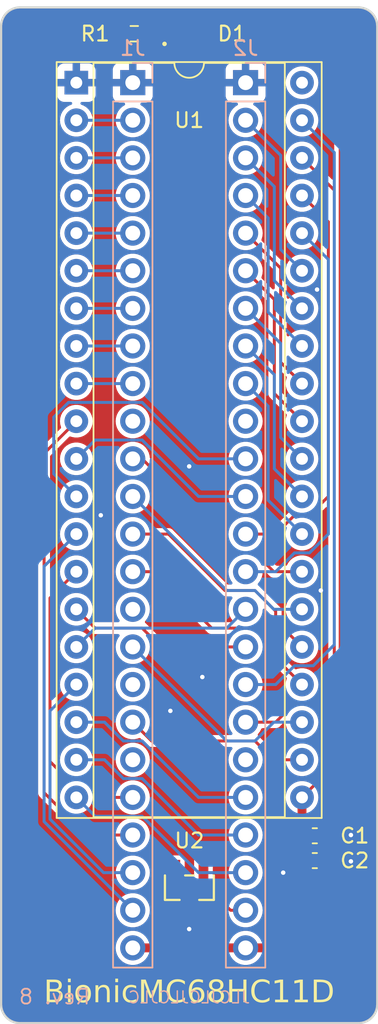
<source format=kicad_pcb>
(kicad_pcb (version 20240108) (generator "pcbnew") (generator_version "8.0")
  (title_block (title "BionicMC68HC11D") (date "2024-12-10") (rev "8") (company "Tadashi G. Takaoka"))
  (layers (0 "F.Cu" signal) (31 "B.Cu" signal) (34 "B.Paste" user) (35 "F.Paste" user) (36 "B.SilkS" user "B.Silkscreen") (37 "F.SilkS" user "F.Silkscreen") (38 "B.Mask" user) (39 "F.Mask" user) (44 "Edge.Cuts" user))
  (net 0 "")
  (net 1 "VCC")
  (net 2 "GND")
  (net 3 "Net-(D1-K)")
  (net 4 "/P10")
  (net 5 "/P11")
  (net 6 "/P12")
  (net 7 "/P13")
  (net 8 "/P14")
  (net 9 "/P15")
  (net 10 "/P16")
  (net 11 "/P17")
  (net 13 "/P30")
  (net 14 "/P31")
  (net 15 "/P32")
  (net 16 "/P33")
  (net 18 "/P35")
  (net 20 "/P37")
  (net 22 "/P50")
  (net 23 "/P51")
  (net 24 "/P52")
  (net 25 "/P53")
  (net 26 "/P57")
  (net 27 "/P56")
  (net 28 "/P55")
  (net 29 "/P54")
  (net 31 "/P47")
  (net 32 "/P46")
  (net 33 "/P45")
  (net 34 "/P44")
  (net 35 "/P43")
  (net 36 "/P42")
  (net 37 "/P41")
  (net 38 "/P40")
  (net 40 "/P27")
  (net 41 "/P26")
  (net 42 "/P25")
  (net 43 "/P24")
  (net 44 "/P23")
  (net 45 "/P22")
  (net 46 "/P21")
  (net 47 "/P20")
  (footprint "0-LocalLibrary:LED_CSL1901UW1_ROM-M" (layer "F.Cu") (at 156.8673 59.078)
    (property "Reference" "D1" (at 2.9083 0 0) (layer "F.SilkS"))
    (property "Value" "CSL1901UW1")
    (fp_circle (center -1.651 0.6858) (end -1.5748 0.6858) (stroke (width 0.1524)) (fill none) (layer "F.SilkS"))
    (pad "1" smd rect (at -0.8763 0) (size 0.9652 0.762) (layers "F.Cu" "F.Paste" "F.Mask") (net 3 "Net-(D1-K)"))
    (pad "2" smd rect (at 0.8763 0) (size 0.9652 0.762) (layers "F.Cu" "F.Paste" "F.Mask") (net 1 "VCC"))
    (zone (net 0) (net_name "") (layer "F.Cu") (connect_pads (clearance 0)) (min_thickness 0.254)
      (keepout (tracks not_allowed) (vias not_allowed) (pads allowed) (copperpour not_allowed) (footprints allowed))
      (fill (thermal_gap 0.508) (thermal_bridge_width 0.508))
      (polygon (pts (xy 156.5244 58.7224) (xy 157.2102 58.7224) (xy 157.2102 59.4336) (xy 156.5244 59.4336)))
    )
  )
  (footprint "0-LocalLibrary:SOT-23_MC_MCH-M" (layer "F.Cu") (at 156.895199 116.7352 180)
    (property "Reference" "U2" (at 0 3.175 0) (layer "F.SilkS"))
    (property "Value" "11AA010-I/TT")
    (fp_line (start 1.652 0.827) (end 1.652 -0.827) (stroke (width 0.1524)) (layer "F.SilkS"))
    (fp_line (start 1.652 -0.827) (end 0.66294 -0.827) (stroke (width 0.1524)) (layer "F.SilkS"))
    (fp_line (start -0.287061 0.827) (end 0.287061 0.827) (stroke (width 0.1524)) (layer "F.SilkS"))
    (fp_line (start -0.66294 -0.827) (end -1.652 -0.827) (stroke (width 0.1524)) (layer "F.SilkS"))
    (fp_line (start -1.652 -0.827) (end -1.652 0.827) (stroke (width 0.1524)) (layer "F.SilkS"))
    (pad "1" smd rect (at -0.950001 1.066 180) (size 0.6604 1.6256) (layers "F.Cu" "F.Paste" "F.Mask") (net 26 "/P57"))
    (pad "2" smd rect (at 0.950001 1.066 180) (size 0.6604 1.6256) (layers "F.Cu" "F.Paste" "F.Mask") (net 1 "VCC"))
    (pad "3" smd rect (at 0 -1.066 180) (size 0.6604 1.6256) (layers "F.Cu" "F.Paste" "F.Mask") (net 2 "GND"))
  )
  (footprint "Capacitor_SMD:C_0603_1608Metric_Pad1.08x0.95mm_HandSolder" (layer "F.Cu") (at 165.3636 113.2308)
    (property "Reference" "C1" (at 2.6924 0 0) (layer "F.SilkS"))
    (property "Value" "0.1u")
    (fp_line (start -0.146267 -0.51) (end 0.146267 -0.51) (stroke (width 0.12)) (layer "F.SilkS"))
    (fp_line (start -0.146267 0.51) (end 0.146267 0.51) (stroke (width 0.12)) (layer "F.SilkS"))
    (pad "1" smd roundrect (at -0.8625 0) (size 1.075 0.95) (layers "F.Cu" "F.Paste" "F.Mask") (net 1 "VCC"))
    (pad "2" smd roundrect (at 0.8625 0) (size 1.075 0.95) (layers "F.Cu" "F.Paste" "F.Mask") (net 2 "GND"))
  )
  (footprint "0-LocalLibrary:DIP-40_W15.24mm_Socket" (layer "F.Cu") (at 149.26 62.38)
    (property "Reference" "U1" (at 7.62 2.54 0) (layer "F.SilkS"))
    (property "Value" "MC68HC11D0P")
    (fp_line (start -1.33 -1.39) (end -1.33 49.65) (stroke (width 0.12)) (layer "F.SilkS"))
    (fp_line (start -1.33 49.65) (end 16.57 49.65) (stroke (width 0.12)) (layer "F.SilkS"))
    (fp_line (start 1.16 -1.33) (end 1.16 49.59) (stroke (width 0.12)) (layer "F.SilkS"))
    (fp_line (start 1.16 49.59) (end 14.08 49.59) (stroke (width 0.12)) (layer "F.SilkS"))
    (fp_line (start 6.62 -1.33) (end 1.16 -1.33) (stroke (width 0.12)) (layer "F.SilkS"))
    (fp_line (start 14.08 -1.33) (end 8.62 -1.33) (stroke (width 0.12)) (layer "F.SilkS"))
    (fp_line (start 14.08 49.59) (end 14.08 -1.33) (stroke (width 0.12)) (layer "F.SilkS"))
    (fp_line (start 16.57 -1.39) (end -1.33 -1.39) (stroke (width 0.12)) (layer "F.SilkS"))
    (fp_line (start 16.57 49.65) (end 16.57 -1.39) (stroke (width 0.12)) (layer "F.SilkS"))
    (fp_arc (start 8.62 -1.33) (mid 7.62 -0.33) (end 6.62 -1.33) (stroke (width 0.12)) (layer "F.SilkS"))
    (pad "1" thru_hole rect (at 0 0) (size 1.6 1.6) (drill 0.8) (layers "*.Cu" "*.Mask") (net 2 "GND"))
    (pad "2" thru_hole oval (at 0 2.54) (size 1.6 1.6) (drill 0.8) (layers "*.Cu" "*.Mask") (net 4 "/P10"))
    (pad "3" thru_hole oval (at 0 5.08) (size 1.6 1.6) (drill 0.8) (layers "*.Cu" "*.Mask") (net 5 "/P11"))
    (pad "4" thru_hole oval (at 0 7.62) (size 1.6 1.6) (drill 0.8) (layers "*.Cu" "*.Mask") (net 6 "/P12"))
    (pad "5" thru_hole oval (at 0 10.16) (size 1.6 1.6) (drill 0.8) (layers "*.Cu" "*.Mask") (net 7 "/P13"))
    (pad "6" thru_hole oval (at 0 12.7) (size 1.6 1.6) (drill 0.8) (layers "*.Cu" "*.Mask") (net 8 "/P14"))
    (pad "7" thru_hole oval (at 0 15.24) (size 1.6 1.6) (drill 0.8) (layers "*.Cu" "*.Mask") (net 9 "/P15"))
    (pad "8" thru_hole oval (at 0 17.78) (size 1.6 1.6) (drill 0.8) (layers "*.Cu" "*.Mask") (net 10 "/P16"))
    (pad "9" thru_hole oval (at 0 20.32) (size 1.6 1.6) (drill 0.8) (layers "*.Cu" "*.Mask") (net 11 "/P17"))
    (pad "10" thru_hole oval (at 0 22.86) (size 1.6 1.6) (drill 0.8) (layers "*.Cu" "*.Mask") (net 23 "/P51"))
    (pad "11" thru_hole oval (at 0 25.4) (size 1.6 1.6) (drill 0.8) (layers "*.Cu" "*.Mask") (net 37 "/P41"))
    (pad "12" thru_hole oval (at 0 27.94) (size 1.6 1.6) (drill 0.8) (layers "*.Cu" "*.Mask") (net 38 "/P40"))
    (pad "13" thru_hole oval (at 0 30.48) (size 1.6 1.6) (drill 0.8) (layers "*.Cu" "*.Mask") (net 25 "/P53"))
    (pad "14" thru_hole oval (at 0 33.02) (size 1.6 1.6) (drill 0.8) (layers "*.Cu" "*.Mask") (net 22 "/P50"))
    (pad "15" thru_hole oval (at 0 35.56) (size 1.6 1.6) (drill 0.8) (layers "*.Cu" "*.Mask") (net 33 "/P45"))
    (pad "16" thru_hole oval (at 0 38.1) (size 1.6 1.6) (drill 0.8) (layers "*.Cu" "*.Mask") (net 34 "/P44"))
    (pad "17" thru_hole oval (at 0 40.64) (size 1.6 1.6) (drill 0.8) (layers "*.Cu" "*.Mask") (net 24 "/P52"))
    (pad "18" thru_hole oval (at 0 43.18) (size 1.6 1.6) (drill 0.8) (layers "*.Cu" "*.Mask") (net 29 "/P54"))
    (pad "19" thru_hole oval (at 0 45.72) (size 1.6 1.6) (drill 0.8) (layers "*.Cu" "*.Mask") (net 28 "/P55"))
    (pad "20" thru_hole oval (at 0 48.26) (size 1.6 1.6) (drill 0.8) (layers "*.Cu" "*.Mask") (net 27 "/P56"))
    (pad "21" thru_hole oval (at 15.24 48.26) (size 1.6 1.6) (drill 0.8) (layers "*.Cu" "*.Mask") (net 1 "VCC"))
    (pad "22" thru_hole oval (at 15.24 45.72) (size 1.6 1.6) (drill 0.8) (layers "*.Cu" "*.Mask") (net 20 "/P37"))
    (pad "23" thru_hole oval (at 15.24 43.18) (size 1.6 1.6) (drill 0.8) (layers "*.Cu" "*.Mask") (net 18 "/P35"))
    (pad "24" thru_hole oval (at 15.24 40.64) (size 1.6 1.6) (drill 0.8) (layers "*.Cu" "*.Mask") (net 16 "/P33"))
    (pad "25" thru_hole oval (at 15.24 38.1) (size 1.6 1.6) (drill 0.8) (layers "*.Cu" "*.Mask") (net 15 "/P32"))
    (pad "26" thru_hole oval (at 15.24 35.56) (size 1.6 1.6) (drill 0.8) (layers "*.Cu" "*.Mask") (net 14 "/P31"))
    (pad "27" thru_hole oval (at 15.24 33.02) (size 1.6 1.6) (drill 0.8) (layers "*.Cu" "*.Mask") (net 13 "/P30"))
    (pad "28" thru_hole oval (at 15.24 30.48) (size 1.6 1.6) (drill 0.8) (layers "*.Cu" "*.Mask") (net 40 "/P27"))
    (pad "29" thru_hole oval (at 15.24 27.94) (size 1.6 1.6) (drill 0.8) (layers "*.Cu" "*.Mask") (net 41 "/P26"))
    (pad "30" thru_hole oval (at 15.24 25.4) (size 1.6 1.6) (drill 0.8) (layers "*.Cu" "*.Mask") (net 42 "/P25"))
    (pad "31" thru_hole oval (at 15.24 22.86) (size 1.6 1.6) (drill 0.8) (layers "*.Cu" "*.Mask") (net 43 "/P24"))
    (pad "32" thru_hole oval (at 15.24 20.32) (size 1.6 1.6) (drill 0.8) (layers "*.Cu" "*.Mask") (net 44 "/P23"))
    (pad "33" thru_hole oval (at 15.24 17.78) (size 1.6 1.6) (drill 0.8) (layers "*.Cu" "*.Mask") (net 45 "/P22"))
    (pad "34" thru_hole oval (at 15.24 15.24) (size 1.6 1.6) (drill 0.8) (layers "*.Cu" "*.Mask") (net 46 "/P21"))
    (pad "35" thru_hole oval (at 15.24 12.7) (size 1.6 1.6) (drill 0.8) (layers "*.Cu" "*.Mask") (net 47 "/P20"))
    (pad "36" thru_hole oval (at 15.24 10.16) (size 1.6 1.6) (drill 0.8) (layers "*.Cu" "*.Mask") (net 35 "/P43"))
    (pad "37" thru_hole oval (at 15.24 7.62) (size 1.6 1.6) (drill 0.8) (layers "*.Cu" "*.Mask") (net 36 "/P42"))
    (pad "38" thru_hole oval (at 15.24 5.08) (size 1.6 1.6) (drill 0.8) (layers "*.Cu" "*.Mask") (net 31 "/P47"))
    (pad "39" thru_hole oval (at 15.24 2.54) (size 1.6 1.6) (drill 0.8) (layers "*.Cu" "*.Mask") (net 32 "/P46"))
    (pad "40" thru_hole oval (at 15.24 0) (size 1.6 1.6) (drill 0.8) (layers "*.Cu" "*.Mask"))
  )
  (footprint "Capacitor_SMD:C_0603_1608Metric_Pad1.08x0.95mm_HandSolder" (layer "F.Cu") (at 165.3636 114.9072)
    (property "Reference" "C2" (at 2.6924 0 0) (layer "F.SilkS"))
    (property "Value" "22u")
    (fp_line (start -0.146267 -0.51) (end 0.146267 -0.51) (stroke (width 0.12)) (layer "F.SilkS"))
    (fp_line (start -0.146267 0.51) (end 0.146267 0.51) (stroke (width 0.12)) (layer "F.SilkS"))
    (pad "1" smd roundrect (at -0.8625 0) (size 1.075 0.95) (layers "F.Cu" "F.Paste" "F.Mask") (net 1 "VCC"))
    (pad "2" smd roundrect (at 0.8625 0) (size 1.075 0.95) (layers "F.Cu" "F.Paste" "F.Mask") (net 2 "GND"))
  )
  (footprint "Resistor_SMD:R_0603_1608Metric_Pad0.98x0.95mm_HandSolder" (layer "F.Cu") (at 153.1735 59.078 180)
    (property "Reference" "R1" (at 2.6435 0 0) (layer "F.SilkS"))
    (property "Value" "1.6k")
    (fp_line (start -0.254724 0.5225) (end 0.254724 0.5225) (stroke (width 0.12)) (layer "F.SilkS"))
    (fp_line (start -0.254724 -0.5225) (end 0.254724 -0.5225) (stroke (width 0.12)) (layer "F.SilkS"))
    (pad "1" smd roundrect (at -0.9125 0 180) (size 0.975 0.95) (layers "F.Cu" "F.Paste" "F.Mask") (net 3 "Net-(D1-K)"))
    (pad "2" smd roundrect (at 0.9125 0 180) (size 0.975 0.95) (layers "F.Cu" "F.Paste" "F.Mask") (net 2 "GND"))
  )
  (footprint "0-LocalLibrary:Bionic-P135_Vertical" (layer "B.Cu") (at 153.07 62.38 180)
    (property "Reference" "J1" (at 0 2.33 0) (layer "B.SilkS") (effects (justify mirror)))
    (property "Value" "Bionic-P135")
    (fp_line (start 1.33 -1.27) (end -1.33 -1.27) (stroke (width 0.12)) (layer "B.SilkS"))
    (fp_line (start 1.33 -59.75) (end 1.33 -1.27) (stroke (width 0.12)) (layer "B.SilkS"))
    (fp_line (start 1.33 -59.75) (end -1.33 -59.75) (stroke (width 0.12)) (layer "B.SilkS"))
    (fp_line (start 0 1.33) (end -1.33 1.33) (stroke (width 0.12)) (layer "B.SilkS"))
    (fp_line (start -1.33 1.33) (end -1.33 0) (stroke (width 0.12)) (layer "B.SilkS"))
    (fp_line (start -1.33 -59.75) (end -1.33 -1.27) (stroke (width 0.12)) (layer "B.SilkS"))
    (pad "1" thru_hole rect (at 0 0 180) (size 1.7 1.7) (drill 1) (layers "*.Cu" "*.Mask") (net 2 "GND"))
    (pad "2" thru_hole oval (at 0 -2.54 180) (size 1.7 1.7) (drill 1) (layers "*.Cu" "*.Mask") (net 4 "/P10"))
    (pad "3" thru_hole oval (at 0 -5.08 180) (size 1.7 1.7) (drill 1) (layers "*.Cu" "*.Mask") (net 5 "/P11"))
    (pad "4" thru_hole oval (at 0 -7.62 180) (size 1.7 1.7) (drill 1) (layers "*.Cu" "*.Mask") (net 6 "/P12"))
    (pad "5" thru_hole oval (at 0 -10.16 180) (size 1.7 1.7) (drill 1) (layers "*.Cu" "*.Mask") (net 7 "/P13"))
    (pad "6" thru_hole oval (at 0 -12.7 180) (size 1.7 1.7) (drill 1) (layers "*.Cu" "*.Mask") (net 8 "/P14"))
    (pad "7" thru_hole oval (at 0 -15.24 180) (size 1.7 1.7) (drill 1) (layers "*.Cu" "*.Mask") (net 9 "/P15"))
    (pad "8" thru_hole oval (at 0 -17.78 180) (size 1.7 1.7) (drill 1) (layers "*.Cu" "*.Mask") (net 10 "/P16"))
    (pad "9" thru_hole oval (at 0 -20.32 180) (size 1.7 1.7) (drill 1) (layers "*.Cu" "*.Mask") (net 11 "/P17"))
    (pad "10" thru_hole oval (at 0 -22.86 180) (size 1.7 1.7) (drill 1) (layers "*.Cu" "*.Mask"))
    (pad "11" thru_hole oval (at 0 -25.4 180) (size 1.7 1.7) (drill 1) (layers "*.Cu" "*.Mask") (net 13 "/P30"))
    (pad "12" thru_hole oval (at 0 -27.94 180) (size 1.7 1.7) (drill 1) (layers "*.Cu" "*.Mask") (net 14 "/P31"))
    (pad "13" thru_hole oval (at 0 -30.48 180) (size 1.7 1.7) (drill 1) (layers "*.Cu" "*.Mask") (net 15 "/P32"))
    (pad "14" thru_hole oval (at 0 -33.02 180) (size 1.7 1.7) (drill 1) (layers "*.Cu" "*.Mask") (net 16 "/P33"))
    (pad "15" thru_hole oval (at 0 -35.56 180) (size 1.7 1.7) (drill 1) (layers "*.Cu" "*.Mask"))
    (pad "16" thru_hole oval (at 0 -38.1 180) (size 1.7 1.7) (drill 1) (layers "*.Cu" "*.Mask") (net 18 "/P35"))
    (pad "17" thru_hole oval (at 0 -40.64 180) (size 1.7 1.7) (drill 1) (layers "*.Cu" "*.Mask"))
    (pad "18" thru_hole oval (at 0 -43.18 180) (size 1.7 1.7) (drill 1) (layers "*.Cu" "*.Mask") (net 20 "/P37"))
    (pad "19" thru_hole oval (at 0 -45.72 180) (size 1.7 1.7) (drill 1) (layers "*.Cu" "*.Mask"))
    (pad "20" thru_hole oval (at 0 -48.26 180) (size 1.7 1.7) (drill 1) (layers "*.Cu" "*.Mask") (net 22 "/P50"))
    (pad "21" thru_hole oval (at 0 -50.8 180) (size 1.7 1.7) (drill 1) (layers "*.Cu" "*.Mask") (net 23 "/P51"))
    (pad "22" thru_hole oval (at 0 -53.34 180) (size 1.7 1.7) (drill 1) (layers "*.Cu" "*.Mask") (net 24 "/P52"))
    (pad "23" thru_hole oval (at 0 -55.88 180) (size 1.7 1.7) (drill 1) (layers "*.Cu" "*.Mask") (net 25 "/P53"))
    (pad "24" thru_hole oval (at 0 -58.42 180) (size 1.7 1.7) (drill 1) (layers "*.Cu" "*.Mask") (net 1 "VCC"))
  )
  (footprint "0-LocalLibrary:Bionic-P245_Vertical" (layer "B.Cu") (at 160.69 62.38 180)
    (property "Reference" "J2" (at 0 2.33 0) (layer "B.SilkS") (effects (justify mirror)))
    (property "Value" "Bionic-P245")
    (fp_line (start 1.33 -1.27) (end -1.33 -1.27) (stroke (width 0.12)) (layer "B.SilkS"))
    (fp_line (start 1.33 -59.75) (end 1.33 -1.27) (stroke (width 0.12)) (layer "B.SilkS"))
    (fp_line (start 1.33 -59.75) (end -1.33 -59.75) (stroke (width 0.12)) (layer "B.SilkS"))
    (fp_line (start 0 1.33) (end -1.33 1.33) (stroke (width 0.12)) (layer "B.SilkS"))
    (fp_line (start -1.33 1.33) (end -1.33 0) (stroke (width 0.12)) (layer "B.SilkS"))
    (fp_line (start -1.33 -59.75) (end -1.33 -1.27) (stroke (width 0.12)) (layer "B.SilkS"))
    (pad "25" thru_hole oval (at 0 -58.42 180) (size 1.7 1.7) (drill 1) (layers "*.Cu" "*.Mask") (net 1 "VCC"))
    (pad "26" thru_hole oval (at 0 -55.88 180) (size 1.7 1.7) (drill 1) (layers "*.Cu" "*.Mask") (net 26 "/P57"))
    (pad "27" thru_hole oval (at 0 -53.34 180) (size 1.7 1.7) (drill 1) (layers "*.Cu" "*.Mask") (net 27 "/P56"))
    (pad "28" thru_hole oval (at 0 -50.8 180) (size 1.7 1.7) (drill 1) (layers "*.Cu" "*.Mask") (net 28 "/P55"))
    (pad "29" thru_hole oval (at 0 -48.26 180) (size 1.7 1.7) (drill 1) (layers "*.Cu" "*.Mask") (net 29 "/P54"))
    (pad "30" thru_hole oval (at 0 -45.72 180) (size 1.7 1.7) (drill 1) (layers "*.Cu" "*.Mask"))
    (pad "31" thru_hole oval (at 0 -43.18 180) (size 1.7 1.7) (drill 1) (layers "*.Cu" "*.Mask") (net 31 "/P47"))
    (pad "32" thru_hole oval (at 0 -40.64 180) (size 1.7 1.7) (drill 1) (layers "*.Cu" "*.Mask") (net 32 "/P46"))
    (pad "33" thru_hole oval (at 0 -38.1 180) (size 1.7 1.7) (drill 1) (layers "*.Cu" "*.Mask") (net 33 "/P45"))
    (pad "34" thru_hole oval (at 0 -35.56 180) (size 1.7 1.7) (drill 1) (layers "*.Cu" "*.Mask") (net 34 "/P44"))
    (pad "35" thru_hole oval (at 0 -33.02 180) (size 1.7 1.7) (drill 1) (layers "*.Cu" "*.Mask") (net 35 "/P43"))
    (pad "36" thru_hole oval (at 0 -30.48 180) (size 1.7 1.7) (drill 1) (layers "*.Cu" "*.Mask") (net 36 "/P42"))
    (pad "37" thru_hole oval (at 0 -27.94 180) (size 1.7 1.7) (drill 1) (layers "*.Cu" "*.Mask") (net 37 "/P41"))
    (pad "38" thru_hole oval (at 0 -25.4 180) (size 1.7 1.7) (drill 1) (layers "*.Cu" "*.Mask") (net 38 "/P40"))
    (pad "39" thru_hole oval (at 0 -22.86 180) (size 1.7 1.7) (drill 1) (layers "*.Cu" "*.Mask"))
    (pad "40" thru_hole oval (at 0 -20.32 180) (size 1.7 1.7) (drill 1) (layers "*.Cu" "*.Mask") (net 40 "/P27"))
    (pad "41" thru_hole oval (at 0 -17.78 180) (size 1.7 1.7) (drill 1) (layers "*.Cu" "*.Mask") (net 41 "/P26"))
    (pad "42" thru_hole oval (at 0 -15.24 180) (size 1.7 1.7) (drill 1) (layers "*.Cu" "*.Mask") (net 42 "/P25"))
    (pad "43" thru_hole oval (at 0 -12.7 180) (size 1.7 1.7) (drill 1) (layers "*.Cu" "*.Mask") (net 43 "/P24"))
    (pad "44" thru_hole oval (at 0 -10.16 180) (size 1.7 1.7) (drill 1) (layers "*.Cu" "*.Mask") (net 44 "/P23"))
    (pad "45" thru_hole oval (at 0 -7.62 180) (size 1.7 1.7) (drill 1) (layers "*.Cu" "*.Mask") (net 45 "/P22"))
    (pad "46" thru_hole oval (at 0 -5.08 180) (size 1.7 1.7) (drill 1) (layers "*.Cu" "*.Mask") (net 46 "/P21"))
    (pad "47" thru_hole oval (at 0 -2.54 180) (size 1.7 1.7) (drill 1) (layers "*.Cu" "*.Mask") (net 47 "/P20"))
    (pad "48" thru_hole rect (at 0 0 180) (size 1.7 1.7) (drill 1) (layers "*.Cu" "*.Mask") (net 2 "GND"))
  )
  (gr_line (start 168.31 57.3) (end 145.45 57.3) (stroke (width 0.15)) (layer "Edge.Cuts"))
  (gr_line (start 145.45 125.88) (end 168.31 125.88) (stroke (width 0.15)) (layer "Edge.Cuts"))
  (gr_arc (start 145.45 125.88) (mid 144.551974 125.508026) (end 144.18 124.61) (stroke (width 0.15)) (layer "Edge.Cuts"))
  (gr_line (start 169.58 124.61) (end 169.58 58.57) (stroke (width 0.15)) (layer "Edge.Cuts"))
  (gr_arc (start 169.58 124.61) (mid 169.208026 125.508026) (end 168.31 125.88) (stroke (width 0.15)) (layer "Edge.Cuts"))
  (gr_arc (start 168.31 57.3) (mid 169.208026 57.671974) (end 169.58 58.57) (stroke (width 0.15)) (layer "Edge.Cuts"))
  (gr_line (start 144.18 58.57) (end 144.18 124.61) (stroke (width 0.15)) (layer "Edge.Cuts"))
  (gr_arc (start 144.18 58.57) (mid 144.551974 57.671974) (end 145.45 57.3) (stroke (width 0.15)) (layer "Edge.Cuts"))
  (gr_text "JLCJLCJLCJLC" (at 156.88 124.61 0) (layer "B.SilkS") (effects (font (size 0.8 0.8)) (justify bottom mirror)))
  (gr_text "Rev. 8" (at 150.276 124.102 0) (layer "B.SilkS") (effects (font (size 1 1)) (justify left mirror)))
  (gr_text "BionicMC68HC11D" (at 156.88 123.848 0) (layer "F.SilkS") (effects (font (size 1.5 1.5))))
  (segment (start 164.5 118.26) (end 164.5 110.64) (width 0.6) (layer "F.Cu") (net 1))
  (segment (start 155.929999 115.684399) (end 155.929999 120.734001) (width 0.2) (layer "F.Cu") (net 1))
  (segment (start 164.9572 59.078) (end 167.078 61.1988) (width 0.2) (layer "F.Cu") (net 1))
  (segment (start 164.807 115.0955) (end 164.807 114.958) (width 0.2) (layer "F.Cu") (net 1))
  (segment (start 164.6482 113.0212) (end 164.807 113.18) (width 0.2) (layer "F.Cu") (net 1))
  (segment (start 153.07 120.8) (end 155.864 120.8) (width 0.6) (layer "F.Cu") (net 1))
  (segment (start 164.5 115.4025) (end 164.807 115.0955) (width 0.2) (layer "F.Cu") (net 1))
  (segment (start 167.078 61.1988) (end 167.078 108.062) (width 0.2) (layer "F.Cu") (net 1))
  (segment (start 160.69 120.8) (end 161.96 120.8) (width 0.6) (layer "F.Cu") (net 1))
  (segment (start 161.96 120.8) (end 164.5 118.26) (width 0.6) (layer "F.Cu") (net 1))
  (segment (start 164.5 113.0212) (end 164.6482 113.0212) (width 0.2) (layer "F.Cu") (net 1))
  (segment (start 155.945198 115.6692) (end 155.929999 115.684399) (width 0.2) (layer "F.Cu") (net 1))
  (segment (start 167.078 108.062) (end 164.5 110.64) (width 0.2) (layer "F.Cu") (net 1))
  (segment (start 157.7436 59.078) (end 164.9572 59.078) (width 0.2) (layer "F.Cu") (net 1))
  (segment (start 155.929999 120.734001) (end 155.864 120.8) (width 0.2) (layer "F.Cu") (net 1))
  (segment (start 155.864 120.8) (end 160.69 120.8) (width 0.6) (layer "F.Cu") (net 1))
  (via (at 156.88 119.53) (size 0.6) (drill 0.3) (layers "F.Cu" "B.Cu") (net 2))
  (via (at 163.23 115.72) (size 0.6) (drill 0.3) (layers "F.Cu" "B.Cu") (net 2))
  (via (at 165.77 96.67) (size 0.6) (drill 0.3) (layers "F.Cu" "B.Cu") (net 2))
  (via (at 156.88 88.288) (size 0.6) (drill 0.3) (layers "F.Cu" "B.Cu") (net 2))
  (via (at 157.769 102.512) (size 0.6) (drill 0.3) (layers "F.Cu" "B.Cu") (net 2))
  (via (at 167.802 113.18) (size 0.6) (drill 0.3) (layers "F.Cu" "B.Cu") (net 2))
  (via (at 150.911 91.59) (size 0.6) (drill 0.3) (layers "F.Cu" "B.Cu") (net 2))
  (via (at 155.61 104.798) (size 0.6) (drill 0.3) (layers "F.Cu" "B.Cu") (net 2))
  (via (at 165.516 76.35) (size 0.6) (drill 0.3) (layers "F.Cu" "B.Cu") (net 2))
  (via (at 167.802 114.958) (size 0.6) (drill 0.3) (layers "F.Cu" "B.Cu") (net 2))
  (segment (start 154.086 59.078) (end 155.991 59.078) (width 0.2) (layer "F.Cu") (net 3))
  (segment (start 153.07 64.92) (end 149.26 64.92) (width 0.2) (layer "B.Cu") (net 4))
  (segment (start 153.07 67.46) (end 149.26 67.46) (width 0.2) (layer "B.Cu") (net 5))
  (segment (start 153.07 70) (end 149.26 70) (width 0.2) (layer "B.Cu") (net 6))
  (segment (start 153.07 72.54) (end 149.26 72.54) (width 0.2) (layer "B.Cu") (net 7))
  (segment (start 153.07 75.08) (end 149.26 75.08) (width 0.2) (layer "B.Cu") (net 8))
  (segment (start 153.07 77.62) (end 149.26 77.62) (width 0.2) (layer "B.Cu") (net 9))
  (segment (start 153.07 80.16) (end 149.26 80.16) (width 0.2) (layer "B.Cu") (net 10))
  (segment (start 153.07 82.7) (end 149.26 82.7) (width 0.2) (layer "B.Cu") (net 11))
  (segment (start 153.07 87.78) (end 153.705 87.78) (width 0.2) (layer "F.Cu") (net 13))
  (segment (start 160.055 94.13) (end 161.325 94.13) (width 0.2) (layer "F.Cu") (net 13))
  (segment (start 153.705 87.78) (end 160.055 94.13) (width 0.2) (layer "F.Cu") (net 13))
  (segment (start 161.325 94.13) (end 162.595 95.4) (width 0.2) (layer "F.Cu") (net 13))
  (segment (start 162.595 95.4) (end 164.5 95.4) (width 0.2) (layer "F.Cu") (net 13))
  (segment (start 161.325 96.67) (end 159.42 96.67) (width 0.2) (layer "B.Cu") (net 14))
  (segment (start 164.5 97.94) (end 162.595 97.94) (width 0.2) (layer "B.Cu") (net 14))
  (segment (start 159.42 96.67) (end 153.07 90.32) (width 0.2) (layer "B.Cu") (net 14))
  (segment (start 162.595 97.94) (end 161.325 96.67) (width 0.2) (layer "B.Cu") (net 14))
  (segment (start 159.293 96.67) (end 161.325 96.67) (width 0.2) (layer "F.Cu") (net 15))
  (segment (start 155.483 92.86) (end 159.293 96.67) (width 0.2) (layer "F.Cu") (net 15))
  (segment (start 162.722 98.067) (end 162.722 98.702) (width 0.2) (layer "F.Cu") (net 15))
  (segment (start 153.07 92.86) (end 155.483 92.86) (width 0.2) (layer "F.Cu") (net 15))
  (segment (start 162.722 98.702) (end 164.5 100.48) (width 0.2) (layer "F.Cu") (net 15))
  (segment (start 161.325 96.67) (end 162.722 98.067) (width 0.2) (layer "F.Cu") (net 15))
  (segment (start 162.722 101.242) (end 164.5 103.02) (width 0.2) (layer "F.Cu") (net 16))
  (segment (start 153.07 95.4) (end 154.594 95.4) (width 0.2) (layer "F.Cu") (net 16))
  (segment (start 158.404 99.21) (end 161.312673 99.21) (width 0.2) (layer "F.Cu") (net 16))
  (segment (start 162.722 100.619327) (end 162.722 101.242) (width 0.2) (layer "F.Cu") (net 16))
  (segment (start 154.594 95.4) (end 158.404 99.21) (width 0.2) (layer "F.Cu") (net 16))
  (segment (start 161.312673 99.21) (end 162.722 100.619327) (width 0.2) (layer "F.Cu") (net 16))
  (segment (start 161.325 106.83) (end 159.42 106.83) (width 0.2) (layer "B.Cu") (net 18))
  (segment (start 162.595 105.56) (end 161.325 106.83) (width 0.2) (layer "B.Cu") (net 18))
  (segment (start 159.42 106.83) (end 153.07 100.48) (width 0.2) (layer "B.Cu") (net 18))
  (segment (start 164.5 105.56) (end 162.595 105.56) (width 0.2) (layer "B.Cu") (net 18))
  (segment (start 162.595 108.1) (end 164.5 108.1) (width 0.2) (layer "F.Cu") (net 20))
  (segment (start 153.07 105.56) (end 154.34 106.83) (width 0.2) (layer "F.Cu") (net 20))
  (segment (start 154.34 106.83) (end 161.325 106.83) (width 0.2) (layer "F.Cu") (net 20))
  (segment (start 161.325 106.83) (end 162.595 108.1) (width 0.2) (layer "F.Cu") (net 20))
  (segment (start 149.26 95.4) (end 147.482 97.178) (width 0.2) (layer "F.Cu") (net 22))
  (segment (start 147.482 97.178) (end 147.482 108.217635) (width 0.2) (layer "F.Cu") (net 22))
  (segment (start 147.482 108.217635) (end 148.634365 109.37) (width 0.2) (layer "F.Cu") (net 22))
  (segment (start 148.634365 109.37) (end 149.768 109.37) (width 0.2) (layer "F.Cu") (net 22))
  (segment (start 151.038 110.64) (end 153.07 110.64) (width 0.2) (layer "F.Cu") (net 22))
  (segment (start 149.768 109.37) (end 151.038 110.64) (width 0.2) (layer "F.Cu") (net 22))
  (segment (start 149.26 85.24) (end 147.082 87.418) (width 0.2) (layer "F.Cu") (net 23))
  (segment (start 149.942682 113.18) (end 153.07 113.18) (width 0.2) (layer "F.Cu") (net 23))
  (segment (start 147.082 87.418) (end 147.082 110.319318) (width 0.2) (layer "F.Cu") (net 23))
  (segment (start 147.082 110.319318) (end 149.942682 113.18) (width 0.2) (layer "F.Cu") (net 23))
  (segment (start 147.482 104.798) (end 149.26 103.02) (width 0.2) (layer "B.Cu") (net 24))
  (segment (start 153.07 115.72) (end 151.095686 115.72) (width 0.2) (layer "B.Cu") (net 24))
  (segment (start 151.095686 115.72) (end 147.482 112.106314) (width 0.2) (layer "B.Cu") (net 24))
  (segment (start 147.482 112.106314) (end 147.482 104.798) (width 0.2) (layer "B.Cu") (net 24))
  (segment (start 147.082 95.038) (end 147.082 112.272) (width 0.2) (layer "B.Cu") (net 25))
  (segment (start 149.26 92.86) (end 147.082 95.038) (width 0.2) (layer "B.Cu") (net 25))
  (segment (start 147.082 112.272) (end 153.07 118.26) (width 0.2) (layer "B.Cu") (net 25))
  (segment (start 159.674 118.26) (end 157.830001 116.416001) (width 0.2) (layer "F.Cu") (net 26))
  (segment (start 157.830001 116.416001) (end 157.830001 115.924) (width 0.2) (layer "F.Cu") (net 26))
  (segment (start 160.69 118.26) (end 159.674 118.26) (width 0.2) (layer "F.Cu") (net 26))
  (segment (start 149.26 110.64) (end 150.5315 111.9115) (width 0.2) (layer "B.Cu") (net 27))
  (segment (start 150.5315 111.9115) (end 153.7065 111.9115) (width 0.2) (layer "B.Cu") (net 27))
  (segment (start 157.515 115.72) (end 160.69 115.72) (width 0.2) (layer "B.Cu") (net 27))
  (segment (start 153.7065 111.9115) (end 157.515 115.72) (width 0.2) (layer "B.Cu") (net 27))
  (segment (start 152.435 109.37) (end 151.165 108.1) (width 0.2) (layer "B.Cu") (net 28))
  (segment (start 160.69 113.18) (end 157.515 113.18) (width 0.2) (layer "B.Cu") (net 28))
  (segment (start 157.515 113.18) (end 153.705 109.37) (width 0.2) (layer "B.Cu") (net 28))
  (segment (start 153.705 109.37) (end 152.435 109.37) (width 0.2) (layer "B.Cu") (net 28))
  (segment (start 151.165 108.1) (end 149.26 108.1) (width 0.2) (layer "B.Cu") (net 28))
  (segment (start 157.515 110.64) (end 160.69 110.64) (width 0.2) (layer "B.Cu") (net 29))
  (segment (start 153.705 106.83) (end 157.515 110.64) (width 0.2) (layer "B.Cu") (net 29))
  (segment (start 152.435 106.83) (end 153.705 106.83) (width 0.2) (layer "B.Cu") (net 29))
  (segment (start 149.26 105.56) (end 151.165 105.56) (width 0.2) (layer "B.Cu") (net 29))
  (segment (start 151.165 105.56) (end 152.435 106.83) (width 0.2) (layer "B.Cu") (net 29))
  (segment (start 163.992 104.29) (end 162.722 105.56) (width 0.2) (layer "F.Cu") (net 31))
  (segment (start 165.008 104.29) (end 163.992 104.29) (width 0.2) (layer "F.Cu") (net 31))
  (segment (start 166.678 69.638) (end 166.678 102.62) (width 0.2) (layer "F.Cu") (net 31))
  (segment (start 162.722 105.56) (end 160.69 105.56) (width 0.2) (layer "F.Cu") (net 31))
  (segment (start 166.678 102.62) (end 165.008 104.29) (width 0.2) (layer "F.Cu") (net 31))
  (segment (start 164.5 67.46) (end 166.678 69.638) (width 0.2) (layer "F.Cu") (net 31))
  (segment (start 164.5 64.92) (end 166.678 67.098) (width 0.2) (layer "B.Cu") (net 32))
  (segment (start 165.262 101.75) (end 163.992 101.75) (width 0.2) (layer "B.Cu") (net 32))
  (segment (start 162.722 103.02) (end 160.69 103.02) (width 0.2) (layer "B.Cu") (net 32))
  (segment (start 163.992 101.75) (end 162.722 103.02) (width 0.2) (layer "B.Cu") (net 32))
  (segment (start 166.678 67.098) (end 166.678 100.334) (width 0.2) (layer "B.Cu") (net 32))
  (segment (start 166.678 100.334) (end 165.262 101.75) (width 0.2) (layer "B.Cu") (net 32))
  (segment (start 154.975 100.48) (end 153.705 99.21) (width 0.2) (layer "F.Cu") (net 33))
  (segment (start 160.69 100.48) (end 154.975 100.48) (width 0.2) (layer "F.Cu") (net 33))
  (segment (start 150.53 99.21) (end 149.26 97.94) (width 0.2) (layer "F.Cu") (net 33))
  (segment (start 153.705 99.21) (end 150.53 99.21) (width 0.2) (layer "F.Cu") (net 33))
  (segment (start 150.53 99.21) (end 149.26 100.48) (width 0.2) (layer "B.Cu") (net 34))
  (segment (start 159.42 99.21) (end 150.53 99.21) (width 0.2) (layer "B.Cu") (net 34))
  (segment (start 160.69 97.94) (end 159.42 99.21) (width 0.2) (layer "B.Cu") (net 34))
  (segment (start 166.278 74.318) (end 164.5 72.54) (width 0.2) (layer "B.Cu") (net 35))
  (segment (start 162.722 95.4) (end 163.992 94.13) (width 0.2) (layer "B.Cu") (net 35))
  (segment (start 165.008 94.13) (end 166.278 92.86) (width 0.2) (layer "B.Cu") (net 35))
  (segment (start 166.278 92.86) (end 166.278 74.318) (width 0.2) (layer "B.Cu") (net 35))
  (segment (start 160.69 95.4) (end 162.722 95.4) (width 0.2) (layer "B.Cu") (net 35))
  (segment (start 163.992 94.13) (end 165.008 94.13) (width 0.2) (layer "B.Cu") (net 35))
  (segment (start 166.278 71.778) (end 164.5 70) (width 0.2) (layer "F.Cu") (net 36))
  (segment (start 162.722 92.86) (end 163.992 91.59) (width 0.2) (layer "F.Cu") (net 36))
  (segment (start 166.278 90.32) (end 166.278 71.778) (width 0.2) (layer "F.Cu") (net 36))
  (segment (start 165.008 91.59) (end 166.278 90.32) (width 0.2) (layer "F.Cu") (net 36))
  (segment (start 160.69 92.86) (end 162.722 92.86) (width 0.2) (layer "F.Cu") (net 36))
  (segment (start 163.992 91.59) (end 165.008 91.59) (width 0.2) (layer "F.Cu") (net 36))
  (segment (start 150.53 86.51) (end 149.26 87.78) (width 0.2) (layer "B.Cu") (net 37))
  (segment (start 160.69 90.32) (end 157.515 90.32) (width 0.2) (layer "B.Cu") (net 37))
  (segment (start 153.705 86.51) (end 150.53 86.51) (width 0.2) (layer "B.Cu") (net 37))
  (segment (start 157.515 90.32) (end 153.705 86.51) (width 0.2) (layer "B.Cu") (net 37))
  (segment (start 160.69 87.78) (end 157.515 87.78) (width 0.2) (layer "B.Cu") (net 38))
  (segment (start 153.705 83.97) (end 148.7335 83.97) (width 0.2) (layer "B.Cu") (net 38))
  (segment (start 147.736 88.796) (end 149.26 90.32) (width 0.2) (layer "B.Cu") (net 38))
  (segment (start 147.736 84.9675) (end 147.736 88.796) (width 0.2) (layer "B.Cu") (net 38))
  (segment (start 148.7335 83.97) (end 147.736 84.9675) (width 0.2) (layer "B.Cu") (net 38))
  (segment (start 157.515 87.78) (end 153.705 83.97) (width 0.2) (layer "B.Cu") (net 38))
  (segment (start 162.214 84.224) (end 162.214 90.574) (width 0.2) (layer "B.Cu") (net 40))
  (segment (start 162.214 90.574) (end 164.5 92.86) (width 0.2) (layer "B.Cu") (net 40))
  (segment (start 160.69 82.7) (end 162.214 84.224) (width 0.2) (layer "B.Cu") (net 40))
  (segment (start 162.6303 82.1003) (end 160.69 80.16) (width 0.2) (layer "B.Cu") (net 41))
  (segment (start 162.6303 88.4503) (end 162.6303 82.1003) (width 0.2) (layer "B.Cu") (net 41))
  (segment (start 164.5 90.32) (end 162.6303 88.4503) (width 0.2) (layer "B.Cu") (net 41))
  (segment (start 163.0604 86.3404) (end 164.5 87.78) (width 0.2) (layer "B.Cu") (net 42))
  (segment (start 163.0604 79.9904) (end 163.0604 86.3404) (width 0.2) (layer "B.Cu") (net 42))
  (segment (start 160.69 77.62) (end 163.0604 79.9904) (width 0.2) (layer "B.Cu") (net 42))
  (segment (start 162.6303 77.0203) (end 162.6303 83.3703) (width 0.2) (layer "F.Cu") (net 43))
  (segment (start 160.69 75.08) (end 162.6303 77.0203) (width 0.2) (layer "F.Cu") (net 43))
  (segment (start 162.6303 83.3703) (end 164.5 85.24) (width 0.2) (layer "F.Cu") (net 43))
  (segment (start 160.69 72.54) (end 163.0604 74.9104) (width 0.2) (layer "F.Cu") (net 44))
  (segment (start 163.0604 74.9104) (end 163.0604 81.2604) (width 0.2) (layer "F.Cu") (net 44))
  (segment (start 163.0604 81.2604) (end 164.5 82.7) (width 0.2) (layer "F.Cu") (net 44))
  (segment (start 162.214 77.874) (end 164.5 80.16) (width 0.2) (layer "B.Cu") (net 45))
  (segment (start 160.69 70) (end 162.214 71.524) (width 0.2) (layer "B.Cu") (net 45))
  (segment (start 162.214 71.524) (end 162.214 77.874) (width 0.2) (layer "B.Cu") (net 45))
  (segment (start 164.5 77.62) (end 162.6303 75.7503) (width 0.2) (layer "B.Cu") (net 46))
  (segment (start 162.6303 69.4003) (end 160.69 67.46) (width 0.2) (layer "B.Cu") (net 46))
  (segment (start 162.6303 75.7503) (end 162.6303 69.4003) (width 0.2) (layer "B.Cu") (net 46))
  (segment (start 163.0604 67.2904) (end 163.0604 73.6404) (width 0.2) (layer "B.Cu") (net 47))
  (segment (start 163.0604 73.6404) (end 164.5 75.08) (width 0.2) (layer "B.Cu") (net 47))
  (segment (start 160.69 64.92) (end 163.0604 67.2904) (width 0.2) (layer "B.Cu") (net 47))
  (zone (net 2) (net_name "GND") (layers "F&B.Cu") (connect_pads (clearance 0.3)) (min_thickness 0.2) (fill yes (thermal_gap 0.5) (thermal_bridge_width 0.5))
    (polygon (pts (xy 144.18 57.3) (xy 169.58 57.3) (xy 169.58 125.88) (xy 144.18 125.88)))
  )
)
</source>
